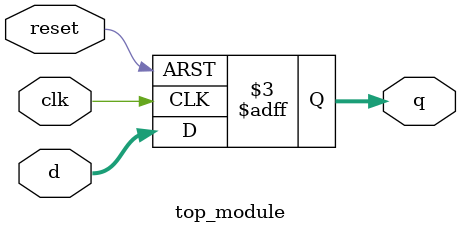
<source format=sv>
module top_module(
    input clk,
    input [7:0] d,
    input reset,
    output reg [7:0] q);

    always @(posedge clk or posedge reset) begin
        if (reset == 1'b1) begin
            q <= 8'b0;
        end else begin
            q <= d;
        end
    end

endmodule

</source>
